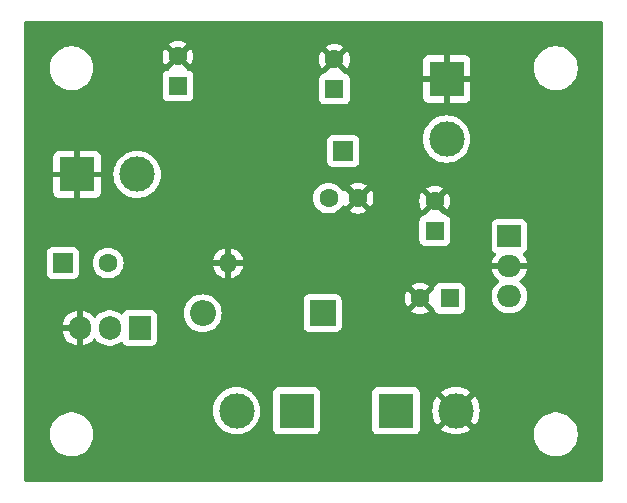
<source format=gbr>
%TF.GenerationSoftware,KiCad,Pcbnew,8.0.5*%
%TF.CreationDate,2024-11-27T14:30:06+01:00*%
%TF.ProjectId,2nd PCB,326e6420-5043-4422-9e6b-696361645f70,1*%
%TF.SameCoordinates,Original*%
%TF.FileFunction,Copper,L2,Bot*%
%TF.FilePolarity,Positive*%
%FSLAX46Y46*%
G04 Gerber Fmt 4.6, Leading zero omitted, Abs format (unit mm)*
G04 Created by KiCad (PCBNEW 8.0.5) date 2024-11-27 14:30:06*
%MOMM*%
%LPD*%
G01*
G04 APERTURE LIST*
%TA.AperFunction,ComponentPad*%
%ADD10R,3.000000X3.000000*%
%TD*%
%TA.AperFunction,ComponentPad*%
%ADD11C,3.000000*%
%TD*%
%TA.AperFunction,ComponentPad*%
%ADD12R,1.600000X1.600000*%
%TD*%
%TA.AperFunction,ComponentPad*%
%ADD13C,1.600000*%
%TD*%
%TA.AperFunction,ComponentPad*%
%ADD14R,2.200000X2.200000*%
%TD*%
%TA.AperFunction,ComponentPad*%
%ADD15O,2.200000X2.200000*%
%TD*%
%TA.AperFunction,ComponentPad*%
%ADD16R,1.700000X1.700000*%
%TD*%
%TA.AperFunction,ComponentPad*%
%ADD17R,2.000000X1.905000*%
%TD*%
%TA.AperFunction,ComponentPad*%
%ADD18O,2.000000X1.905000*%
%TD*%
%TA.AperFunction,ComponentPad*%
%ADD19O,1.600000X1.600000*%
%TD*%
%TA.AperFunction,ComponentPad*%
%ADD20R,1.905000X2.000000*%
%TD*%
%TA.AperFunction,ComponentPad*%
%ADD21O,1.905000X2.000000*%
%TD*%
G04 APERTURE END LIST*
D10*
%TO.P,J1,1,Pin_1*%
%TO.N,GND*%
X105210000Y-91250000D03*
D11*
%TO.P,J1,2,Pin_2*%
%TO.N,Net-(J1-Pin_2)*%
X110290000Y-91250000D03*
%TD*%
D12*
%TO.P,C4,1*%
%TO.N,Net-(D1-K)*%
X135500000Y-96000000D03*
D13*
%TO.P,C4,2*%
%TO.N,GND*%
X135500000Y-93500000D03*
%TD*%
D14*
%TO.P,D1,1,K*%
%TO.N,Net-(D1-K)*%
X126000000Y-103000000D03*
D15*
%TO.P,D1,2,A*%
%TO.N,Net-(D1-A)*%
X115840000Y-103000000D03*
%TD*%
D16*
%TO.P,J3,1,Pin_1*%
%TO.N,Net-(J3-Pin_1)*%
X104000000Y-98750000D03*
%TD*%
D10*
%TO.P,J6,1,Pin_1*%
%TO.N,GND*%
X136500000Y-83170000D03*
D11*
%TO.P,J6,2,Pin_2*%
%TO.N,+5V*%
X136500000Y-88250000D03*
%TD*%
D13*
%TO.P,C3,1*%
%TO.N,GND*%
X129000000Y-93250000D03*
%TO.P,C3,2*%
%TO.N,Net-(U1-FILTER)*%
X126500000Y-93250000D03*
%TD*%
D17*
%TO.P,U2,1,IN*%
%TO.N,Net-(D1-K)*%
X141805000Y-96460000D03*
D18*
%TO.P,U2,2,GND*%
%TO.N,GND*%
X141805000Y-99000000D03*
%TO.P,U2,3,OUT*%
%TO.N,+5V*%
X141805000Y-101540000D03*
%TD*%
D13*
%TO.P,R1,1*%
%TO.N,Net-(J3-Pin_1)*%
X107840000Y-98750000D03*
D19*
%TO.P,R1,2*%
%TO.N,GND*%
X118000000Y-98750000D03*
%TD*%
D10*
%TO.P,J5,1,Pin_1*%
%TO.N,Net-(D1-K)*%
X132210000Y-111250000D03*
D11*
%TO.P,J5,2,Pin_2*%
%TO.N,GND*%
X137290000Y-111250000D03*
%TD*%
D12*
%TO.P,C5,1*%
%TO.N,+5V*%
X136750000Y-101750000D03*
D13*
%TO.P,C5,2*%
%TO.N,GND*%
X134250000Y-101750000D03*
%TD*%
D12*
%TO.P,C2,1*%
%TO.N,+5V*%
X127000000Y-84000000D03*
D13*
%TO.P,C2,2*%
%TO.N,GND*%
X127000000Y-81500000D03*
%TD*%
D16*
%TO.P,J2,1,Pin_1*%
%TO.N,Net-(J2-Pin_1)*%
X127750000Y-89250000D03*
%TD*%
D10*
%TO.P,J4,1,Pin_1*%
%TO.N,Net-(D1-K)*%
X123790000Y-111250000D03*
D11*
%TO.P,J4,2,Pin_2*%
%TO.N,Net-(D1-A)*%
X118710000Y-111250000D03*
%TD*%
D20*
%TO.P,Q1,1,D*%
%TO.N,Net-(D1-A)*%
X110500000Y-104250000D03*
D21*
%TO.P,Q1,2,G*%
%TO.N,Net-(J3-Pin_1)*%
X107960000Y-104250000D03*
%TO.P,Q1,3,S*%
%TO.N,GND*%
X105420000Y-104250000D03*
%TD*%
D12*
%TO.P,C1,1*%
%TO.N,Net-(J1-Pin_2)*%
X113750000Y-83750000D03*
D13*
%TO.P,C1,2*%
%TO.N,GND*%
X113750000Y-81250000D03*
%TD*%
%TA.AperFunction,Conductor*%
%TO.N,GND*%
G36*
X149692539Y-78270185D02*
G01*
X149738294Y-78322989D01*
X149749500Y-78374500D01*
X149749500Y-117125500D01*
X149729815Y-117192539D01*
X149677011Y-117238294D01*
X149625500Y-117249500D01*
X100874500Y-117249500D01*
X100807461Y-117229815D01*
X100761706Y-117177011D01*
X100750500Y-117125500D01*
X100750500Y-113128711D01*
X102899500Y-113128711D01*
X102899500Y-113371288D01*
X102931161Y-113611785D01*
X102993947Y-113846104D01*
X103086773Y-114070205D01*
X103086776Y-114070212D01*
X103208064Y-114280289D01*
X103208066Y-114280292D01*
X103208067Y-114280293D01*
X103355733Y-114472736D01*
X103355739Y-114472743D01*
X103527256Y-114644260D01*
X103527262Y-114644265D01*
X103719711Y-114791936D01*
X103929788Y-114913224D01*
X104153900Y-115006054D01*
X104388211Y-115068838D01*
X104568586Y-115092584D01*
X104628711Y-115100500D01*
X104628712Y-115100500D01*
X104871289Y-115100500D01*
X104919388Y-115094167D01*
X105111789Y-115068838D01*
X105346100Y-115006054D01*
X105570212Y-114913224D01*
X105780289Y-114791936D01*
X105972738Y-114644265D01*
X106144265Y-114472738D01*
X106291936Y-114280289D01*
X106413224Y-114070212D01*
X106506054Y-113846100D01*
X106568838Y-113611789D01*
X106600500Y-113371288D01*
X106600500Y-113128712D01*
X106597713Y-113107546D01*
X106575291Y-112937226D01*
X106568838Y-112888211D01*
X106506054Y-112653900D01*
X106413224Y-112429788D01*
X106291936Y-112219711D01*
X106144265Y-112027262D01*
X106144260Y-112027256D01*
X105972743Y-111855739D01*
X105972736Y-111855733D01*
X105780293Y-111708067D01*
X105780292Y-111708066D01*
X105780289Y-111708064D01*
X105570212Y-111586776D01*
X105570205Y-111586773D01*
X105346104Y-111493947D01*
X105111785Y-111431161D01*
X104871289Y-111399500D01*
X104871288Y-111399500D01*
X104628712Y-111399500D01*
X104628711Y-111399500D01*
X104388214Y-111431161D01*
X104153895Y-111493947D01*
X103929794Y-111586773D01*
X103929785Y-111586777D01*
X103719706Y-111708067D01*
X103527263Y-111855733D01*
X103527256Y-111855739D01*
X103355739Y-112027256D01*
X103355733Y-112027263D01*
X103208067Y-112219706D01*
X103086777Y-112429785D01*
X103086773Y-112429794D01*
X102993947Y-112653895D01*
X102931161Y-112888214D01*
X102899500Y-113128711D01*
X100750500Y-113128711D01*
X100750500Y-111249998D01*
X116704390Y-111249998D01*
X116704390Y-111250001D01*
X116724804Y-111535433D01*
X116785628Y-111815037D01*
X116785630Y-111815043D01*
X116785631Y-111815046D01*
X116864784Y-112027262D01*
X116885635Y-112083166D01*
X117022770Y-112334309D01*
X117022775Y-112334317D01*
X117194254Y-112563387D01*
X117194270Y-112563405D01*
X117396594Y-112765729D01*
X117396612Y-112765745D01*
X117625682Y-112937224D01*
X117625690Y-112937229D01*
X117876833Y-113074364D01*
X117876832Y-113074364D01*
X117876836Y-113074365D01*
X117876839Y-113074367D01*
X118144954Y-113174369D01*
X118144960Y-113174370D01*
X118144962Y-113174371D01*
X118424566Y-113235195D01*
X118424568Y-113235195D01*
X118424572Y-113235196D01*
X118678220Y-113253337D01*
X118709999Y-113255610D01*
X118710000Y-113255610D01*
X118710001Y-113255610D01*
X118738595Y-113253564D01*
X118995428Y-113235196D01*
X119185742Y-113193796D01*
X119275037Y-113174371D01*
X119275037Y-113174370D01*
X119275046Y-113174369D01*
X119543161Y-113074367D01*
X119794315Y-112937226D01*
X120023395Y-112765739D01*
X120225739Y-112563395D01*
X120397226Y-112334315D01*
X120534367Y-112083161D01*
X120634369Y-111815046D01*
X120657641Y-111708067D01*
X120695195Y-111535433D01*
X120695195Y-111535432D01*
X120695196Y-111535428D01*
X120715610Y-111250000D01*
X120695196Y-110964572D01*
X120634369Y-110684954D01*
X120534367Y-110416839D01*
X120397372Y-110165953D01*
X120397229Y-110165690D01*
X120397224Y-110165682D01*
X120225745Y-109936612D01*
X120225729Y-109936594D01*
X120023405Y-109734270D01*
X120023387Y-109734254D01*
X119980481Y-109702135D01*
X121789500Y-109702135D01*
X121789500Y-112797870D01*
X121789501Y-112797876D01*
X121795908Y-112857483D01*
X121846202Y-112992328D01*
X121846206Y-112992335D01*
X121932452Y-113107544D01*
X121932455Y-113107547D01*
X122047664Y-113193793D01*
X122047671Y-113193797D01*
X122182517Y-113244091D01*
X122182516Y-113244091D01*
X122189444Y-113244835D01*
X122242127Y-113250500D01*
X125337872Y-113250499D01*
X125397483Y-113244091D01*
X125532331Y-113193796D01*
X125647546Y-113107546D01*
X125733796Y-112992331D01*
X125784091Y-112857483D01*
X125790500Y-112797873D01*
X125790499Y-109702135D01*
X130209500Y-109702135D01*
X130209500Y-112797870D01*
X130209501Y-112797876D01*
X130215908Y-112857483D01*
X130266202Y-112992328D01*
X130266206Y-112992335D01*
X130352452Y-113107544D01*
X130352455Y-113107547D01*
X130467664Y-113193793D01*
X130467671Y-113193797D01*
X130602517Y-113244091D01*
X130602516Y-113244091D01*
X130609444Y-113244835D01*
X130662127Y-113250500D01*
X133757872Y-113250499D01*
X133817483Y-113244091D01*
X133952331Y-113193796D01*
X134067546Y-113107546D01*
X134153796Y-112992331D01*
X134204091Y-112857483D01*
X134210500Y-112797873D01*
X134210499Y-111249998D01*
X135284891Y-111249998D01*
X135284891Y-111250001D01*
X135305300Y-111535362D01*
X135366109Y-111814895D01*
X135466091Y-112082958D01*
X135603191Y-112334038D01*
X135603196Y-112334046D01*
X135709882Y-112476561D01*
X135709883Y-112476562D01*
X136604767Y-111581677D01*
X136616497Y-111609995D01*
X136699670Y-111734472D01*
X136805528Y-111840330D01*
X136930005Y-111923503D01*
X136958320Y-111935231D01*
X136063436Y-112830115D01*
X136205960Y-112936807D01*
X136205961Y-112936808D01*
X136457042Y-113073908D01*
X136457041Y-113073908D01*
X136725104Y-113173890D01*
X137004637Y-113234699D01*
X137289999Y-113255109D01*
X137290001Y-113255109D01*
X137575362Y-113234699D01*
X137854895Y-113173890D01*
X137976025Y-113128711D01*
X143899500Y-113128711D01*
X143899500Y-113371288D01*
X143931161Y-113611785D01*
X143993947Y-113846104D01*
X144086773Y-114070205D01*
X144086776Y-114070212D01*
X144208064Y-114280289D01*
X144208066Y-114280292D01*
X144208067Y-114280293D01*
X144355733Y-114472736D01*
X144355739Y-114472743D01*
X144527256Y-114644260D01*
X144527262Y-114644265D01*
X144719711Y-114791936D01*
X144929788Y-114913224D01*
X145153900Y-115006054D01*
X145388211Y-115068838D01*
X145568586Y-115092584D01*
X145628711Y-115100500D01*
X145628712Y-115100500D01*
X145871289Y-115100500D01*
X145919388Y-115094167D01*
X146111789Y-115068838D01*
X146346100Y-115006054D01*
X146570212Y-114913224D01*
X146780289Y-114791936D01*
X146972738Y-114644265D01*
X147144265Y-114472738D01*
X147291936Y-114280289D01*
X147413224Y-114070212D01*
X147506054Y-113846100D01*
X147568838Y-113611789D01*
X147600500Y-113371288D01*
X147600500Y-113128712D01*
X147597713Y-113107546D01*
X147575291Y-112937226D01*
X147568838Y-112888211D01*
X147506054Y-112653900D01*
X147413224Y-112429788D01*
X147291936Y-112219711D01*
X147144265Y-112027262D01*
X147144260Y-112027256D01*
X146972743Y-111855739D01*
X146972736Y-111855733D01*
X146780293Y-111708067D01*
X146780292Y-111708066D01*
X146780289Y-111708064D01*
X146570212Y-111586776D01*
X146570205Y-111586773D01*
X146346104Y-111493947D01*
X146111785Y-111431161D01*
X145871289Y-111399500D01*
X145871288Y-111399500D01*
X145628712Y-111399500D01*
X145628711Y-111399500D01*
X145388214Y-111431161D01*
X145153895Y-111493947D01*
X144929794Y-111586773D01*
X144929785Y-111586777D01*
X144719706Y-111708067D01*
X144527263Y-111855733D01*
X144527256Y-111855739D01*
X144355739Y-112027256D01*
X144355733Y-112027263D01*
X144208067Y-112219706D01*
X144086777Y-112429785D01*
X144086773Y-112429794D01*
X143993947Y-112653895D01*
X143931161Y-112888214D01*
X143899500Y-113128711D01*
X137976025Y-113128711D01*
X138122958Y-113073908D01*
X138374047Y-112936803D01*
X138516561Y-112830116D01*
X138516562Y-112830115D01*
X137621679Y-111935231D01*
X137649995Y-111923503D01*
X137774472Y-111840330D01*
X137880330Y-111734472D01*
X137963503Y-111609995D01*
X137975231Y-111581678D01*
X138870115Y-112476562D01*
X138870116Y-112476561D01*
X138976803Y-112334047D01*
X139113908Y-112082958D01*
X139213890Y-111814895D01*
X139274699Y-111535362D01*
X139295109Y-111250001D01*
X139295109Y-111249998D01*
X139274699Y-110964637D01*
X139213890Y-110685104D01*
X139113908Y-110417041D01*
X138976808Y-110165961D01*
X138976807Y-110165960D01*
X138870115Y-110023436D01*
X137975231Y-110918320D01*
X137963503Y-110890005D01*
X137880330Y-110765528D01*
X137774472Y-110659670D01*
X137649995Y-110576497D01*
X137621678Y-110564767D01*
X138516562Y-109669883D01*
X138516561Y-109669882D01*
X138374046Y-109563196D01*
X138374038Y-109563191D01*
X138122957Y-109426091D01*
X138122958Y-109426091D01*
X137854895Y-109326109D01*
X137575362Y-109265300D01*
X137290001Y-109244891D01*
X137289999Y-109244891D01*
X137004637Y-109265300D01*
X136725104Y-109326109D01*
X136457041Y-109426091D01*
X136205961Y-109563191D01*
X136205953Y-109563196D01*
X136063437Y-109669882D01*
X136063436Y-109669883D01*
X136958321Y-110564767D01*
X136930005Y-110576497D01*
X136805528Y-110659670D01*
X136699670Y-110765528D01*
X136616497Y-110890005D01*
X136604768Y-110918321D01*
X135709883Y-110023436D01*
X135709882Y-110023437D01*
X135603196Y-110165953D01*
X135603191Y-110165961D01*
X135466091Y-110417041D01*
X135366109Y-110685104D01*
X135305300Y-110964637D01*
X135284891Y-111249998D01*
X134210499Y-111249998D01*
X134210499Y-109702128D01*
X134204091Y-109642517D01*
X134174506Y-109563196D01*
X134153797Y-109507671D01*
X134153793Y-109507664D01*
X134067547Y-109392455D01*
X134067544Y-109392452D01*
X133952335Y-109306206D01*
X133952328Y-109306202D01*
X133817482Y-109255908D01*
X133817483Y-109255908D01*
X133757883Y-109249501D01*
X133757881Y-109249500D01*
X133757873Y-109249500D01*
X133757864Y-109249500D01*
X130662129Y-109249500D01*
X130662123Y-109249501D01*
X130602516Y-109255908D01*
X130467671Y-109306202D01*
X130467664Y-109306206D01*
X130352455Y-109392452D01*
X130352452Y-109392455D01*
X130266206Y-109507664D01*
X130266202Y-109507671D01*
X130215908Y-109642517D01*
X130209501Y-109702116D01*
X130209501Y-109702123D01*
X130209500Y-109702135D01*
X125790499Y-109702135D01*
X125790499Y-109702128D01*
X125784091Y-109642517D01*
X125754506Y-109563196D01*
X125733797Y-109507671D01*
X125733793Y-109507664D01*
X125647547Y-109392455D01*
X125647544Y-109392452D01*
X125532335Y-109306206D01*
X125532328Y-109306202D01*
X125397482Y-109255908D01*
X125397483Y-109255908D01*
X125337883Y-109249501D01*
X125337881Y-109249500D01*
X125337873Y-109249500D01*
X125337864Y-109249500D01*
X122242129Y-109249500D01*
X122242123Y-109249501D01*
X122182516Y-109255908D01*
X122047671Y-109306202D01*
X122047664Y-109306206D01*
X121932455Y-109392452D01*
X121932452Y-109392455D01*
X121846206Y-109507664D01*
X121846202Y-109507671D01*
X121795908Y-109642517D01*
X121789501Y-109702116D01*
X121789501Y-109702123D01*
X121789500Y-109702135D01*
X119980481Y-109702135D01*
X119794317Y-109562775D01*
X119794309Y-109562770D01*
X119543166Y-109425635D01*
X119543167Y-109425635D01*
X119435915Y-109385632D01*
X119275046Y-109325631D01*
X119275043Y-109325630D01*
X119275037Y-109325628D01*
X118995433Y-109264804D01*
X118710001Y-109244390D01*
X118709999Y-109244390D01*
X118424566Y-109264804D01*
X118144962Y-109325628D01*
X117876833Y-109425635D01*
X117625690Y-109562770D01*
X117625682Y-109562775D01*
X117396612Y-109734254D01*
X117396594Y-109734270D01*
X117194270Y-109936594D01*
X117194254Y-109936612D01*
X117022775Y-110165682D01*
X117022770Y-110165690D01*
X116885635Y-110416833D01*
X116785628Y-110684962D01*
X116724804Y-110964566D01*
X116704390Y-111249998D01*
X100750500Y-111249998D01*
X100750500Y-104000000D01*
X103981468Y-104000000D01*
X104929252Y-104000000D01*
X104907482Y-104037708D01*
X104870000Y-104177591D01*
X104870000Y-104322409D01*
X104907482Y-104462292D01*
X104929252Y-104500000D01*
X103981468Y-104500000D01*
X104003265Y-104637628D01*
X104073917Y-104855070D01*
X104177711Y-105058776D01*
X104312097Y-105243742D01*
X104473757Y-105405402D01*
X104658723Y-105539788D01*
X104862429Y-105643582D01*
X105079871Y-105714234D01*
X105170000Y-105728509D01*
X105170000Y-104740747D01*
X105207708Y-104762518D01*
X105347591Y-104800000D01*
X105492409Y-104800000D01*
X105632292Y-104762518D01*
X105670000Y-104740747D01*
X105670000Y-105728508D01*
X105760128Y-105714234D01*
X105977570Y-105643582D01*
X106181276Y-105539788D01*
X106366242Y-105405402D01*
X106527905Y-105243739D01*
X106589371Y-105159137D01*
X106644701Y-105116470D01*
X106714314Y-105110491D01*
X106776109Y-105143096D01*
X106790007Y-105159134D01*
X106851714Y-105244066D01*
X107013434Y-105405786D01*
X107198462Y-105540217D01*
X107330599Y-105607544D01*
X107402244Y-105644049D01*
X107619751Y-105714721D01*
X107619752Y-105714721D01*
X107619755Y-105714722D01*
X107845646Y-105750500D01*
X107845647Y-105750500D01*
X108074353Y-105750500D01*
X108074354Y-105750500D01*
X108300245Y-105714722D01*
X108300248Y-105714721D01*
X108300249Y-105714721D01*
X108517755Y-105644049D01*
X108517755Y-105644048D01*
X108517758Y-105644048D01*
X108721538Y-105540217D01*
X108904245Y-105407472D01*
X108970046Y-105383994D01*
X109038100Y-105399819D01*
X109086795Y-105449924D01*
X109093308Y-105464459D01*
X109103702Y-105492328D01*
X109103706Y-105492335D01*
X109189952Y-105607544D01*
X109189955Y-105607547D01*
X109305164Y-105693793D01*
X109305171Y-105693797D01*
X109440017Y-105744091D01*
X109440016Y-105744091D01*
X109446944Y-105744835D01*
X109499627Y-105750500D01*
X111500372Y-105750499D01*
X111559983Y-105744091D01*
X111694831Y-105693796D01*
X111810046Y-105607546D01*
X111896296Y-105492331D01*
X111946591Y-105357483D01*
X111953000Y-105297873D01*
X111952999Y-103202128D01*
X111946591Y-103142517D01*
X111936660Y-103115891D01*
X111896297Y-103007671D01*
X111896293Y-103007664D01*
X111890556Y-103000000D01*
X114234551Y-103000000D01*
X114254317Y-103251151D01*
X114313126Y-103496110D01*
X114409533Y-103728859D01*
X114541160Y-103943653D01*
X114541161Y-103943656D01*
X114541164Y-103943659D01*
X114704776Y-104135224D01*
X114853066Y-104261875D01*
X114896343Y-104298838D01*
X114896346Y-104298839D01*
X115111140Y-104430466D01*
X115343889Y-104526873D01*
X115588852Y-104585683D01*
X115840000Y-104605449D01*
X116091148Y-104585683D01*
X116336111Y-104526873D01*
X116568859Y-104430466D01*
X116783659Y-104298836D01*
X116975224Y-104135224D01*
X117138836Y-103943659D01*
X117270466Y-103728859D01*
X117366873Y-103496111D01*
X117425683Y-103251148D01*
X117445449Y-103000000D01*
X117425683Y-102748852D01*
X117366873Y-102503889D01*
X117355102Y-102475472D01*
X117270466Y-102271140D01*
X117138839Y-102056346D01*
X117138838Y-102056343D01*
X117070730Y-101976599D01*
X116975224Y-101864776D01*
X116960423Y-101852135D01*
X124399500Y-101852135D01*
X124399500Y-104147870D01*
X124399501Y-104147876D01*
X124405908Y-104207483D01*
X124456202Y-104342328D01*
X124456206Y-104342335D01*
X124542452Y-104457544D01*
X124542455Y-104457547D01*
X124657664Y-104543793D01*
X124657671Y-104543797D01*
X124792517Y-104594091D01*
X124792516Y-104594091D01*
X124799444Y-104594835D01*
X124852127Y-104600500D01*
X127147872Y-104600499D01*
X127207483Y-104594091D01*
X127342331Y-104543796D01*
X127457546Y-104457546D01*
X127543796Y-104342331D01*
X127594091Y-104207483D01*
X127600500Y-104147873D01*
X127600499Y-101852128D01*
X127594091Y-101792517D01*
X127578233Y-101750000D01*
X127578232Y-101749997D01*
X132945034Y-101749997D01*
X132945034Y-101750002D01*
X132964858Y-101976599D01*
X132964860Y-101976610D01*
X133023730Y-102196317D01*
X133023735Y-102196331D01*
X133119863Y-102402478D01*
X133170974Y-102475472D01*
X133850000Y-101796446D01*
X133850000Y-101802661D01*
X133877259Y-101904394D01*
X133929920Y-101995606D01*
X134004394Y-102070080D01*
X134095606Y-102122741D01*
X134197339Y-102150000D01*
X134203553Y-102150000D01*
X133524526Y-102829025D01*
X133597513Y-102880132D01*
X133597521Y-102880136D01*
X133803668Y-102976264D01*
X133803682Y-102976269D01*
X134023389Y-103035139D01*
X134023400Y-103035141D01*
X134249998Y-103054966D01*
X134250002Y-103054966D01*
X134476599Y-103035141D01*
X134476610Y-103035139D01*
X134696317Y-102976269D01*
X134696331Y-102976264D01*
X134902478Y-102880136D01*
X134975471Y-102829024D01*
X134296447Y-102150000D01*
X134302661Y-102150000D01*
X134404394Y-102122741D01*
X134495606Y-102070080D01*
X134570080Y-101995606D01*
X134622741Y-101904394D01*
X134650000Y-101802661D01*
X134650000Y-101796447D01*
X135334197Y-102480644D01*
X135383192Y-102490491D01*
X135433375Y-102539106D01*
X135448049Y-102594632D01*
X135449099Y-102594576D01*
X135449146Y-102594571D01*
X135449146Y-102594573D01*
X135449324Y-102594564D01*
X135449501Y-102597876D01*
X135455908Y-102657483D01*
X135506202Y-102792328D01*
X135506206Y-102792335D01*
X135592452Y-102907544D01*
X135592455Y-102907547D01*
X135707664Y-102993793D01*
X135707671Y-102993797D01*
X135842517Y-103044091D01*
X135842516Y-103044091D01*
X135849444Y-103044835D01*
X135902127Y-103050500D01*
X137597872Y-103050499D01*
X137657483Y-103044091D01*
X137792331Y-102993796D01*
X137907546Y-102907546D01*
X137993796Y-102792331D01*
X138044091Y-102657483D01*
X138050500Y-102597873D01*
X138050499Y-100902128D01*
X138044091Y-100842517D01*
X137993796Y-100707669D01*
X137993795Y-100707668D01*
X137993793Y-100707664D01*
X137907547Y-100592455D01*
X137907544Y-100592452D01*
X137792335Y-100506206D01*
X137792328Y-100506202D01*
X137657482Y-100455908D01*
X137657483Y-100455908D01*
X137597883Y-100449501D01*
X137597881Y-100449500D01*
X137597873Y-100449500D01*
X137597864Y-100449500D01*
X135902129Y-100449500D01*
X135902123Y-100449501D01*
X135842516Y-100455908D01*
X135707671Y-100506202D01*
X135707664Y-100506206D01*
X135592455Y-100592452D01*
X135592452Y-100592455D01*
X135506206Y-100707664D01*
X135506202Y-100707671D01*
X135455908Y-100842517D01*
X135449501Y-100902116D01*
X135449501Y-100902123D01*
X135449322Y-100905452D01*
X135447847Y-100905372D01*
X135429815Y-100966784D01*
X135377011Y-101012539D01*
X135333522Y-101020029D01*
X134650000Y-101703551D01*
X134650000Y-101697339D01*
X134622741Y-101595606D01*
X134570080Y-101504394D01*
X134495606Y-101429920D01*
X134404394Y-101377259D01*
X134302661Y-101350000D01*
X134296448Y-101350000D01*
X134975472Y-100670974D01*
X134902478Y-100619863D01*
X134696331Y-100523735D01*
X134696317Y-100523730D01*
X134476610Y-100464860D01*
X134476599Y-100464858D01*
X134250002Y-100445034D01*
X134249998Y-100445034D01*
X134023400Y-100464858D01*
X134023389Y-100464860D01*
X133803682Y-100523730D01*
X133803673Y-100523734D01*
X133597516Y-100619866D01*
X133597512Y-100619868D01*
X133524526Y-100670973D01*
X133524526Y-100670974D01*
X134203553Y-101350000D01*
X134197339Y-101350000D01*
X134095606Y-101377259D01*
X134004394Y-101429920D01*
X133929920Y-101504394D01*
X133877259Y-101595606D01*
X133850000Y-101697339D01*
X133850000Y-101703552D01*
X133170974Y-101024526D01*
X133170973Y-101024526D01*
X133119868Y-101097512D01*
X133119866Y-101097516D01*
X133023734Y-101303673D01*
X133023730Y-101303682D01*
X132964860Y-101523389D01*
X132964858Y-101523400D01*
X132945034Y-101749997D01*
X127578232Y-101749997D01*
X127543797Y-101657671D01*
X127543793Y-101657664D01*
X127457547Y-101542455D01*
X127457544Y-101542452D01*
X127342335Y-101456206D01*
X127342328Y-101456202D01*
X127207482Y-101405908D01*
X127207483Y-101405908D01*
X127147883Y-101399501D01*
X127147881Y-101399500D01*
X127147873Y-101399500D01*
X127147864Y-101399500D01*
X124852129Y-101399500D01*
X124852123Y-101399501D01*
X124792516Y-101405908D01*
X124657671Y-101456202D01*
X124657664Y-101456206D01*
X124542455Y-101542452D01*
X124542452Y-101542455D01*
X124456206Y-101657664D01*
X124456202Y-101657671D01*
X124405908Y-101792517D01*
X124404818Y-101802661D01*
X124399501Y-101852123D01*
X124399500Y-101852135D01*
X116960423Y-101852135D01*
X116840835Y-101749997D01*
X116783656Y-101701161D01*
X116783653Y-101701160D01*
X116568859Y-101569533D01*
X116336110Y-101473126D01*
X116091151Y-101414317D01*
X115840000Y-101394551D01*
X115588848Y-101414317D01*
X115343889Y-101473126D01*
X115111140Y-101569533D01*
X114896346Y-101701160D01*
X114896343Y-101701161D01*
X114704776Y-101864776D01*
X114541161Y-102056343D01*
X114541160Y-102056346D01*
X114409533Y-102271140D01*
X114313126Y-102503889D01*
X114254317Y-102748848D01*
X114234551Y-103000000D01*
X111890556Y-103000000D01*
X111810047Y-102892455D01*
X111810044Y-102892452D01*
X111694835Y-102806206D01*
X111694828Y-102806202D01*
X111559982Y-102755908D01*
X111559983Y-102755908D01*
X111500383Y-102749501D01*
X111500381Y-102749500D01*
X111500373Y-102749500D01*
X111500364Y-102749500D01*
X109499629Y-102749500D01*
X109499623Y-102749501D01*
X109440016Y-102755908D01*
X109305171Y-102806202D01*
X109305164Y-102806206D01*
X109189955Y-102892452D01*
X109189952Y-102892455D01*
X109103706Y-103007664D01*
X109103703Y-103007670D01*
X109093308Y-103035541D01*
X109051436Y-103091474D01*
X108985972Y-103115891D01*
X108917699Y-103101039D01*
X108904250Y-103092531D01*
X108721538Y-102959783D01*
X108619017Y-102907546D01*
X108517755Y-102855950D01*
X108300248Y-102785278D01*
X108114812Y-102755908D01*
X108074354Y-102749500D01*
X107845646Y-102749500D01*
X107805188Y-102755908D01*
X107619753Y-102785278D01*
X107619750Y-102785278D01*
X107402244Y-102855950D01*
X107198461Y-102959783D01*
X107132551Y-103007670D01*
X107013434Y-103094214D01*
X107013432Y-103094216D01*
X107013431Y-103094216D01*
X106851716Y-103255931D01*
X106851709Y-103255940D01*
X106790007Y-103340864D01*
X106734677Y-103383530D01*
X106665063Y-103389508D01*
X106603269Y-103356901D01*
X106589372Y-103340863D01*
X106527907Y-103256263D01*
X106527902Y-103256257D01*
X106366242Y-103094597D01*
X106181276Y-102960211D01*
X105977568Y-102856417D01*
X105760124Y-102785765D01*
X105670000Y-102771490D01*
X105670000Y-103759252D01*
X105632292Y-103737482D01*
X105492409Y-103700000D01*
X105347591Y-103700000D01*
X105207708Y-103737482D01*
X105170000Y-103759252D01*
X105170000Y-102771490D01*
X105169999Y-102771490D01*
X105079875Y-102785765D01*
X104862431Y-102856417D01*
X104658723Y-102960211D01*
X104473757Y-103094597D01*
X104312097Y-103256257D01*
X104177711Y-103441223D01*
X104073917Y-103644929D01*
X104003265Y-103862371D01*
X103981468Y-104000000D01*
X100750500Y-104000000D01*
X100750500Y-97852135D01*
X102649500Y-97852135D01*
X102649500Y-99647870D01*
X102649501Y-99647876D01*
X102655908Y-99707483D01*
X102706202Y-99842328D01*
X102706206Y-99842335D01*
X102792452Y-99957544D01*
X102792455Y-99957547D01*
X102907664Y-100043793D01*
X102907671Y-100043797D01*
X103042517Y-100094091D01*
X103042516Y-100094091D01*
X103049444Y-100094835D01*
X103102127Y-100100500D01*
X104897872Y-100100499D01*
X104957483Y-100094091D01*
X105092331Y-100043796D01*
X105207546Y-99957546D01*
X105293796Y-99842331D01*
X105344091Y-99707483D01*
X105350500Y-99647873D01*
X105350499Y-98749998D01*
X106534532Y-98749998D01*
X106534532Y-98750000D01*
X106554364Y-98976686D01*
X106554366Y-98976697D01*
X106613258Y-99196488D01*
X106613261Y-99196497D01*
X106709431Y-99402732D01*
X106709432Y-99402734D01*
X106839954Y-99589141D01*
X107000858Y-99750045D01*
X107000861Y-99750047D01*
X107187266Y-99880568D01*
X107393504Y-99976739D01*
X107613308Y-100035635D01*
X107775230Y-100049801D01*
X107839998Y-100055468D01*
X107840000Y-100055468D01*
X107840002Y-100055468D01*
X107896673Y-100050509D01*
X108066692Y-100035635D01*
X108286496Y-99976739D01*
X108492734Y-99880568D01*
X108679139Y-99750047D01*
X108840047Y-99589139D01*
X108970568Y-99402734D01*
X109066739Y-99196496D01*
X109125635Y-98976692D01*
X109145468Y-98750000D01*
X109125635Y-98523308D01*
X109119389Y-98499999D01*
X116721127Y-98499999D01*
X116721128Y-98500000D01*
X117684314Y-98500000D01*
X117679920Y-98504394D01*
X117627259Y-98595606D01*
X117600000Y-98697339D01*
X117600000Y-98802661D01*
X117627259Y-98904394D01*
X117679920Y-98995606D01*
X117684314Y-99000000D01*
X116721128Y-99000000D01*
X116773730Y-99196317D01*
X116773734Y-99196326D01*
X116869865Y-99402482D01*
X117000342Y-99588820D01*
X117161179Y-99749657D01*
X117347517Y-99880134D01*
X117553673Y-99976265D01*
X117553682Y-99976269D01*
X117749999Y-100028872D01*
X117750000Y-100028871D01*
X117750000Y-99065686D01*
X117754394Y-99070080D01*
X117845606Y-99122741D01*
X117947339Y-99150000D01*
X118052661Y-99150000D01*
X118154394Y-99122741D01*
X118245606Y-99070080D01*
X118250000Y-99065686D01*
X118250000Y-100028872D01*
X118446317Y-99976269D01*
X118446326Y-99976265D01*
X118652482Y-99880134D01*
X118838820Y-99749657D01*
X118999657Y-99588820D01*
X119130134Y-99402482D01*
X119226265Y-99196326D01*
X119226269Y-99196317D01*
X119278872Y-99000000D01*
X118315686Y-99000000D01*
X118320080Y-98995606D01*
X118372741Y-98904394D01*
X118400000Y-98802661D01*
X118400000Y-98697339D01*
X118372741Y-98595606D01*
X118320080Y-98504394D01*
X118315686Y-98500000D01*
X119278872Y-98500000D01*
X119278872Y-98499999D01*
X119226269Y-98303682D01*
X119226265Y-98303673D01*
X119130134Y-98097517D01*
X118999657Y-97911179D01*
X118838820Y-97750342D01*
X118652482Y-97619865D01*
X118446328Y-97523734D01*
X118250000Y-97471127D01*
X118250000Y-98434314D01*
X118245606Y-98429920D01*
X118154394Y-98377259D01*
X118052661Y-98350000D01*
X117947339Y-98350000D01*
X117845606Y-98377259D01*
X117754394Y-98429920D01*
X117750000Y-98434314D01*
X117750000Y-97471127D01*
X117553671Y-97523734D01*
X117347517Y-97619865D01*
X117161179Y-97750342D01*
X117000342Y-97911179D01*
X116869865Y-98097517D01*
X116773734Y-98303673D01*
X116773730Y-98303682D01*
X116721127Y-98499999D01*
X109119389Y-98499999D01*
X109066739Y-98303504D01*
X108970568Y-98097266D01*
X108840047Y-97910861D01*
X108840045Y-97910858D01*
X108679141Y-97749954D01*
X108492734Y-97619432D01*
X108492732Y-97619431D01*
X108286497Y-97523261D01*
X108286488Y-97523258D01*
X108066697Y-97464366D01*
X108066693Y-97464365D01*
X108066692Y-97464365D01*
X108066691Y-97464364D01*
X108066686Y-97464364D01*
X107840002Y-97444532D01*
X107839998Y-97444532D01*
X107613313Y-97464364D01*
X107613302Y-97464366D01*
X107393511Y-97523258D01*
X107393502Y-97523261D01*
X107187267Y-97619431D01*
X107187265Y-97619432D01*
X107000858Y-97749954D01*
X106839954Y-97910858D01*
X106709432Y-98097265D01*
X106709431Y-98097267D01*
X106613261Y-98303502D01*
X106613258Y-98303511D01*
X106554366Y-98523302D01*
X106554364Y-98523313D01*
X106534532Y-98749998D01*
X105350499Y-98749998D01*
X105350499Y-97852128D01*
X105344091Y-97792517D01*
X105335710Y-97770047D01*
X105293797Y-97657671D01*
X105293793Y-97657664D01*
X105207547Y-97542455D01*
X105207544Y-97542452D01*
X105092335Y-97456206D01*
X105092328Y-97456202D01*
X104957482Y-97405908D01*
X104957483Y-97405908D01*
X104897883Y-97399501D01*
X104897881Y-97399500D01*
X104897873Y-97399500D01*
X104897864Y-97399500D01*
X103102129Y-97399500D01*
X103102123Y-97399501D01*
X103042516Y-97405908D01*
X102907671Y-97456202D01*
X102907664Y-97456206D01*
X102792455Y-97542452D01*
X102792452Y-97542455D01*
X102706206Y-97657664D01*
X102706202Y-97657671D01*
X102655908Y-97792517D01*
X102649501Y-97852116D01*
X102649501Y-97852123D01*
X102649500Y-97852135D01*
X100750500Y-97852135D01*
X100750500Y-89702155D01*
X103210000Y-89702155D01*
X103210000Y-91000000D01*
X104490936Y-91000000D01*
X104479207Y-91028316D01*
X104450000Y-91175147D01*
X104450000Y-91324853D01*
X104479207Y-91471684D01*
X104490936Y-91500000D01*
X103210000Y-91500000D01*
X103210000Y-92797844D01*
X103216401Y-92857372D01*
X103216403Y-92857379D01*
X103266645Y-92992086D01*
X103266649Y-92992093D01*
X103352809Y-93107187D01*
X103352812Y-93107190D01*
X103467906Y-93193350D01*
X103467913Y-93193354D01*
X103602620Y-93243596D01*
X103602627Y-93243598D01*
X103662155Y-93249999D01*
X103662172Y-93250000D01*
X104960000Y-93250000D01*
X104960000Y-91969064D01*
X104988316Y-91980793D01*
X105135147Y-92010000D01*
X105284853Y-92010000D01*
X105431684Y-91980793D01*
X105460000Y-91969064D01*
X105460000Y-93250000D01*
X106757828Y-93250000D01*
X106757844Y-93249999D01*
X106817372Y-93243598D01*
X106817379Y-93243596D01*
X106952086Y-93193354D01*
X106952093Y-93193350D01*
X107067187Y-93107190D01*
X107067190Y-93107187D01*
X107153350Y-92992093D01*
X107153354Y-92992086D01*
X107203596Y-92857379D01*
X107203598Y-92857372D01*
X107209999Y-92797844D01*
X107210000Y-92797827D01*
X107210000Y-91500000D01*
X105929064Y-91500000D01*
X105940793Y-91471684D01*
X105970000Y-91324853D01*
X105970000Y-91249998D01*
X108284390Y-91249998D01*
X108284390Y-91250001D01*
X108304804Y-91535433D01*
X108365628Y-91815037D01*
X108365630Y-91815043D01*
X108365631Y-91815046D01*
X108443468Y-92023734D01*
X108465635Y-92083166D01*
X108602770Y-92334309D01*
X108602775Y-92334317D01*
X108774254Y-92563387D01*
X108774270Y-92563405D01*
X108976594Y-92765729D01*
X108976612Y-92765745D01*
X109205682Y-92937224D01*
X109205690Y-92937229D01*
X109456833Y-93074364D01*
X109456832Y-93074364D01*
X109456836Y-93074365D01*
X109456839Y-93074367D01*
X109724954Y-93174369D01*
X109724960Y-93174370D01*
X109724962Y-93174371D01*
X110004566Y-93235195D01*
X110004568Y-93235195D01*
X110004572Y-93235196D01*
X110258220Y-93253337D01*
X110289999Y-93255610D01*
X110290000Y-93255610D01*
X110290001Y-93255610D01*
X110318595Y-93253564D01*
X110368457Y-93249998D01*
X125194532Y-93249998D01*
X125194532Y-93250000D01*
X125214364Y-93476686D01*
X125214366Y-93476697D01*
X125273258Y-93696488D01*
X125273261Y-93696497D01*
X125369431Y-93902732D01*
X125369432Y-93902734D01*
X125499954Y-94089141D01*
X125660858Y-94250045D01*
X125660861Y-94250047D01*
X125847266Y-94380568D01*
X126053504Y-94476739D01*
X126273308Y-94535635D01*
X126435230Y-94549801D01*
X126499998Y-94555468D01*
X126500000Y-94555468D01*
X126500002Y-94555468D01*
X126556673Y-94550509D01*
X126726692Y-94535635D01*
X126946496Y-94476739D01*
X127152734Y-94380568D01*
X127339139Y-94250047D01*
X127500047Y-94089139D01*
X127630568Y-93902734D01*
X127637893Y-93887024D01*
X127684064Y-93834586D01*
X127751257Y-93815433D01*
X127818138Y-93835648D01*
X127862657Y-93887024D01*
X127869864Y-93902480D01*
X127920974Y-93975472D01*
X128600000Y-93296446D01*
X128600000Y-93302661D01*
X128627259Y-93404394D01*
X128679920Y-93495606D01*
X128754394Y-93570080D01*
X128845606Y-93622741D01*
X128947339Y-93650000D01*
X128953553Y-93650000D01*
X128274526Y-94329025D01*
X128347513Y-94380132D01*
X128347521Y-94380136D01*
X128553668Y-94476264D01*
X128553682Y-94476269D01*
X128773389Y-94535139D01*
X128773400Y-94535141D01*
X128999998Y-94554966D01*
X129000002Y-94554966D01*
X129226599Y-94535141D01*
X129226610Y-94535139D01*
X129446317Y-94476269D01*
X129446331Y-94476264D01*
X129652478Y-94380136D01*
X129725471Y-94329024D01*
X129046447Y-93650000D01*
X129052661Y-93650000D01*
X129154394Y-93622741D01*
X129245606Y-93570080D01*
X129320080Y-93495606D01*
X129372741Y-93404394D01*
X129400000Y-93302661D01*
X129400000Y-93296447D01*
X130079024Y-93975471D01*
X130130136Y-93902478D01*
X130226264Y-93696331D01*
X130226269Y-93696317D01*
X130278873Y-93499997D01*
X134195034Y-93499997D01*
X134195034Y-93500002D01*
X134214858Y-93726599D01*
X134214860Y-93726610D01*
X134273730Y-93946317D01*
X134273735Y-93946331D01*
X134369863Y-94152478D01*
X134420974Y-94225472D01*
X135100000Y-93546446D01*
X135100000Y-93552661D01*
X135127259Y-93654394D01*
X135179920Y-93745606D01*
X135254394Y-93820080D01*
X135345606Y-93872741D01*
X135447339Y-93900000D01*
X135453553Y-93900000D01*
X134769352Y-94584199D01*
X134759506Y-94633194D01*
X134710890Y-94683377D01*
X134655367Y-94698049D01*
X134655423Y-94699099D01*
X134655429Y-94699146D01*
X134655426Y-94699146D01*
X134655436Y-94699324D01*
X134652123Y-94699501D01*
X134592516Y-94705908D01*
X134457671Y-94756202D01*
X134457664Y-94756206D01*
X134342455Y-94842452D01*
X134342452Y-94842455D01*
X134256206Y-94957664D01*
X134256202Y-94957671D01*
X134205908Y-95092517D01*
X134199501Y-95152116D01*
X134199501Y-95152123D01*
X134199500Y-95152135D01*
X134199500Y-96847870D01*
X134199501Y-96847876D01*
X134205908Y-96907483D01*
X134256202Y-97042328D01*
X134256206Y-97042335D01*
X134342452Y-97157544D01*
X134342455Y-97157547D01*
X134457664Y-97243793D01*
X134457671Y-97243797D01*
X134592517Y-97294091D01*
X134592516Y-97294091D01*
X134599444Y-97294835D01*
X134652127Y-97300500D01*
X136347872Y-97300499D01*
X136407483Y-97294091D01*
X136542331Y-97243796D01*
X136657546Y-97157546D01*
X136743796Y-97042331D01*
X136794091Y-96907483D01*
X136800500Y-96847873D01*
X136800499Y-95459635D01*
X140304500Y-95459635D01*
X140304500Y-97460370D01*
X140304501Y-97460376D01*
X140310908Y-97519983D01*
X140361202Y-97654828D01*
X140361206Y-97654835D01*
X140447452Y-97770044D01*
X140447455Y-97770047D01*
X140562664Y-97856293D01*
X140562667Y-97856295D01*
X140562668Y-97856295D01*
X140562669Y-97856296D01*
X140591025Y-97866872D01*
X140646958Y-97908742D01*
X140671376Y-97974206D01*
X140656525Y-98042479D01*
X140648010Y-98055939D01*
X140515213Y-98238719D01*
X140411417Y-98442429D01*
X140340765Y-98659871D01*
X140326491Y-98750000D01*
X141314252Y-98750000D01*
X141292482Y-98787708D01*
X141255000Y-98927591D01*
X141255000Y-99072409D01*
X141292482Y-99212292D01*
X141314252Y-99250000D01*
X140326491Y-99250000D01*
X140340765Y-99340128D01*
X140411417Y-99557570D01*
X140515211Y-99761276D01*
X140649597Y-99946242D01*
X140811257Y-100107902D01*
X140811263Y-100107907D01*
X140895863Y-100169372D01*
X140938529Y-100224701D01*
X140944508Y-100294315D01*
X140911903Y-100356110D01*
X140895864Y-100370007D01*
X140810940Y-100431709D01*
X140810931Y-100431716D01*
X140649216Y-100593431D01*
X140649216Y-100593432D01*
X140649214Y-100593434D01*
X140592878Y-100670974D01*
X140514783Y-100778461D01*
X140410950Y-100982244D01*
X140340278Y-101199750D01*
X140340278Y-101199753D01*
X140340278Y-101199755D01*
X140304500Y-101425646D01*
X140304500Y-101654354D01*
X140311914Y-101701161D01*
X140340278Y-101880246D01*
X140340278Y-101880249D01*
X140410950Y-102097755D01*
X140461170Y-102196317D01*
X140514783Y-102301538D01*
X140649214Y-102486566D01*
X140810934Y-102648286D01*
X140995962Y-102782717D01*
X141086845Y-102829024D01*
X141199744Y-102886549D01*
X141417251Y-102957221D01*
X141417252Y-102957221D01*
X141417255Y-102957222D01*
X141643146Y-102993000D01*
X141643147Y-102993000D01*
X141966853Y-102993000D01*
X141966854Y-102993000D01*
X142192745Y-102957222D01*
X142192748Y-102957221D01*
X142192749Y-102957221D01*
X142410255Y-102886549D01*
X142410255Y-102886548D01*
X142410258Y-102886548D01*
X142614038Y-102782717D01*
X142799066Y-102648286D01*
X142960786Y-102486566D01*
X143095217Y-102301538D01*
X143199048Y-102097758D01*
X143269722Y-101880245D01*
X143305500Y-101654354D01*
X143305500Y-101425646D01*
X143269722Y-101199755D01*
X143269721Y-101199751D01*
X143269721Y-101199750D01*
X143199049Y-100982244D01*
X143191172Y-100966784D01*
X143095217Y-100778462D01*
X142960786Y-100593434D01*
X142799066Y-100431714D01*
X142714134Y-100370007D01*
X142671470Y-100314678D01*
X142665491Y-100245064D01*
X142698097Y-100183269D01*
X142714137Y-100169371D01*
X142798739Y-100107905D01*
X142960402Y-99946242D01*
X143094788Y-99761276D01*
X143198582Y-99557570D01*
X143269234Y-99340128D01*
X143283509Y-99250000D01*
X142295748Y-99250000D01*
X142317518Y-99212292D01*
X142355000Y-99072409D01*
X142355000Y-98927591D01*
X142317518Y-98787708D01*
X142295748Y-98750000D01*
X143283509Y-98750000D01*
X143269234Y-98659871D01*
X143198582Y-98442429D01*
X143094788Y-98238723D01*
X142961988Y-98055940D01*
X142938508Y-97990133D01*
X142954333Y-97922079D01*
X143004439Y-97873384D01*
X143018966Y-97866875D01*
X143047331Y-97856296D01*
X143162546Y-97770046D01*
X143248796Y-97654831D01*
X143299091Y-97519983D01*
X143305500Y-97460373D01*
X143305499Y-95459628D01*
X143299091Y-95400017D01*
X143248796Y-95265169D01*
X143248795Y-95265168D01*
X143248793Y-95265164D01*
X143162547Y-95149955D01*
X143162544Y-95149952D01*
X143047335Y-95063706D01*
X143047328Y-95063702D01*
X142912482Y-95013408D01*
X142912483Y-95013408D01*
X142852883Y-95007001D01*
X142852881Y-95007000D01*
X142852873Y-95007000D01*
X142852864Y-95007000D01*
X140757129Y-95007000D01*
X140757123Y-95007001D01*
X140697516Y-95013408D01*
X140562671Y-95063702D01*
X140562664Y-95063706D01*
X140447455Y-95149952D01*
X140447452Y-95149955D01*
X140361206Y-95265164D01*
X140361202Y-95265171D01*
X140310908Y-95400017D01*
X140304501Y-95459616D01*
X140304501Y-95459623D01*
X140304500Y-95459635D01*
X136800499Y-95459635D01*
X136800499Y-95152128D01*
X136794091Y-95092517D01*
X136783345Y-95063706D01*
X136743797Y-94957671D01*
X136743793Y-94957664D01*
X136657547Y-94842455D01*
X136657544Y-94842452D01*
X136542335Y-94756206D01*
X136542328Y-94756202D01*
X136407482Y-94705908D01*
X136407483Y-94705908D01*
X136347883Y-94699501D01*
X136347881Y-94699500D01*
X136347873Y-94699500D01*
X136347864Y-94699500D01*
X136344548Y-94699322D01*
X136344627Y-94697847D01*
X136283215Y-94679815D01*
X136237460Y-94627011D01*
X136229969Y-94583522D01*
X135546447Y-93900000D01*
X135552661Y-93900000D01*
X135654394Y-93872741D01*
X135745606Y-93820080D01*
X135820080Y-93745606D01*
X135872741Y-93654394D01*
X135900000Y-93552661D01*
X135900000Y-93546447D01*
X136579024Y-94225471D01*
X136630136Y-94152478D01*
X136726264Y-93946331D01*
X136726269Y-93946317D01*
X136785139Y-93726610D01*
X136785141Y-93726599D01*
X136804966Y-93500002D01*
X136804966Y-93499997D01*
X136785141Y-93273400D01*
X136785139Y-93273389D01*
X136726269Y-93053682D01*
X136726264Y-93053668D01*
X136630136Y-92847521D01*
X136630132Y-92847513D01*
X136579025Y-92774526D01*
X135900000Y-93453551D01*
X135900000Y-93447339D01*
X135872741Y-93345606D01*
X135820080Y-93254394D01*
X135745606Y-93179920D01*
X135654394Y-93127259D01*
X135552661Y-93100000D01*
X135546448Y-93100000D01*
X136225472Y-92420974D01*
X136152478Y-92369863D01*
X135946331Y-92273735D01*
X135946317Y-92273730D01*
X135726610Y-92214860D01*
X135726599Y-92214858D01*
X135500002Y-92195034D01*
X135499998Y-92195034D01*
X135273400Y-92214858D01*
X135273389Y-92214860D01*
X135053682Y-92273730D01*
X135053673Y-92273734D01*
X134847516Y-92369866D01*
X134847512Y-92369868D01*
X134774526Y-92420973D01*
X134774526Y-92420974D01*
X135453553Y-93100000D01*
X135447339Y-93100000D01*
X135345606Y-93127259D01*
X135254394Y-93179920D01*
X135179920Y-93254394D01*
X135127259Y-93345606D01*
X135100000Y-93447339D01*
X135100000Y-93453552D01*
X134420974Y-92774526D01*
X134420973Y-92774526D01*
X134369868Y-92847512D01*
X134369866Y-92847516D01*
X134273734Y-93053673D01*
X134273730Y-93053682D01*
X134214860Y-93273389D01*
X134214858Y-93273400D01*
X134195034Y-93499997D01*
X130278873Y-93499997D01*
X130285139Y-93476610D01*
X130285141Y-93476599D01*
X130304966Y-93250000D01*
X130304966Y-93249997D01*
X130285141Y-93023400D01*
X130285139Y-93023389D01*
X130226269Y-92803682D01*
X130226264Y-92803668D01*
X130130136Y-92597521D01*
X130130132Y-92597513D01*
X130079025Y-92524526D01*
X129400000Y-93203551D01*
X129400000Y-93197339D01*
X129372741Y-93095606D01*
X129320080Y-93004394D01*
X129245606Y-92929920D01*
X129154394Y-92877259D01*
X129052661Y-92850000D01*
X129046448Y-92850000D01*
X129725472Y-92170974D01*
X129652478Y-92119863D01*
X129446331Y-92023735D01*
X129446317Y-92023730D01*
X129226610Y-91964860D01*
X129226599Y-91964858D01*
X129000002Y-91945034D01*
X128999998Y-91945034D01*
X128773400Y-91964858D01*
X128773389Y-91964860D01*
X128553682Y-92023730D01*
X128553673Y-92023734D01*
X128347516Y-92119866D01*
X128347512Y-92119868D01*
X128274526Y-92170973D01*
X128274526Y-92170974D01*
X128953553Y-92850000D01*
X128947339Y-92850000D01*
X128845606Y-92877259D01*
X128754394Y-92929920D01*
X128679920Y-93004394D01*
X128627259Y-93095606D01*
X128600000Y-93197339D01*
X128600000Y-93203552D01*
X127920974Y-92524526D01*
X127920973Y-92524526D01*
X127869868Y-92597512D01*
X127869867Y-92597514D01*
X127862656Y-92612979D01*
X127816482Y-92665417D01*
X127749288Y-92684567D01*
X127682407Y-92664350D01*
X127637893Y-92612976D01*
X127630568Y-92597266D01*
X127507128Y-92420974D01*
X127500045Y-92410858D01*
X127339141Y-92249954D01*
X127152734Y-92119432D01*
X127152732Y-92119431D01*
X126946497Y-92023261D01*
X126946488Y-92023258D01*
X126726697Y-91964366D01*
X126726693Y-91964365D01*
X126726692Y-91964365D01*
X126726691Y-91964364D01*
X126726686Y-91964364D01*
X126500002Y-91944532D01*
X126499998Y-91944532D01*
X126273313Y-91964364D01*
X126273302Y-91964366D01*
X126053511Y-92023258D01*
X126053502Y-92023261D01*
X125847267Y-92119431D01*
X125847265Y-92119432D01*
X125660858Y-92249954D01*
X125499954Y-92410858D01*
X125369432Y-92597265D01*
X125369431Y-92597267D01*
X125273261Y-92803502D01*
X125273258Y-92803511D01*
X125214366Y-93023302D01*
X125214364Y-93023313D01*
X125194532Y-93249998D01*
X110368457Y-93249998D01*
X110575428Y-93235196D01*
X110749455Y-93197339D01*
X110855037Y-93174371D01*
X110855037Y-93174370D01*
X110855046Y-93174369D01*
X111123161Y-93074367D01*
X111374315Y-92937226D01*
X111603395Y-92765739D01*
X111805739Y-92563395D01*
X111977226Y-92334315D01*
X112114367Y-92083161D01*
X112214369Y-91815046D01*
X112275196Y-91535428D01*
X112295610Y-91250000D01*
X112275196Y-90964572D01*
X112214369Y-90684954D01*
X112114367Y-90416839D01*
X112073682Y-90342331D01*
X111977229Y-90165690D01*
X111977224Y-90165682D01*
X111805745Y-89936612D01*
X111805729Y-89936594D01*
X111603405Y-89734270D01*
X111603387Y-89734254D01*
X111374317Y-89562775D01*
X111374309Y-89562770D01*
X111123166Y-89425635D01*
X111123167Y-89425635D01*
X111015915Y-89385632D01*
X110855046Y-89325631D01*
X110855043Y-89325630D01*
X110855037Y-89325628D01*
X110575433Y-89264804D01*
X110290001Y-89244390D01*
X110289999Y-89244390D01*
X110004566Y-89264804D01*
X109724962Y-89325628D01*
X109456833Y-89425635D01*
X109205690Y-89562770D01*
X109205682Y-89562775D01*
X108976612Y-89734254D01*
X108976594Y-89734270D01*
X108774270Y-89936594D01*
X108774254Y-89936612D01*
X108602775Y-90165682D01*
X108602770Y-90165690D01*
X108465635Y-90416833D01*
X108365628Y-90684962D01*
X108304804Y-90964566D01*
X108284390Y-91249998D01*
X105970000Y-91249998D01*
X105970000Y-91175147D01*
X105940793Y-91028316D01*
X105929064Y-91000000D01*
X107210000Y-91000000D01*
X107210000Y-89702172D01*
X107209999Y-89702155D01*
X107203598Y-89642627D01*
X107203596Y-89642620D01*
X107153354Y-89507913D01*
X107153350Y-89507906D01*
X107067190Y-89392812D01*
X107067187Y-89392809D01*
X106952093Y-89306649D01*
X106952086Y-89306645D01*
X106817379Y-89256403D01*
X106817372Y-89256401D01*
X106757844Y-89250000D01*
X105460000Y-89250000D01*
X105460000Y-90530935D01*
X105431684Y-90519207D01*
X105284853Y-90490000D01*
X105135147Y-90490000D01*
X104988316Y-90519207D01*
X104960000Y-90530935D01*
X104960000Y-89250000D01*
X103662155Y-89250000D01*
X103602627Y-89256401D01*
X103602620Y-89256403D01*
X103467913Y-89306645D01*
X103467906Y-89306649D01*
X103352812Y-89392809D01*
X103352809Y-89392812D01*
X103266649Y-89507906D01*
X103266645Y-89507913D01*
X103216403Y-89642620D01*
X103216401Y-89642627D01*
X103210000Y-89702155D01*
X100750500Y-89702155D01*
X100750500Y-88352135D01*
X126399500Y-88352135D01*
X126399500Y-90147870D01*
X126399501Y-90147876D01*
X126405908Y-90207483D01*
X126456202Y-90342328D01*
X126456206Y-90342335D01*
X126542452Y-90457544D01*
X126542455Y-90457547D01*
X126657664Y-90543793D01*
X126657671Y-90543797D01*
X126792517Y-90594091D01*
X126792516Y-90594091D01*
X126799444Y-90594835D01*
X126852127Y-90600500D01*
X128647872Y-90600499D01*
X128707483Y-90594091D01*
X128842331Y-90543796D01*
X128957546Y-90457546D01*
X129043796Y-90342331D01*
X129094091Y-90207483D01*
X129100500Y-90147873D01*
X129100499Y-88352128D01*
X129094091Y-88292517D01*
X129078233Y-88250000D01*
X129078232Y-88249998D01*
X134494390Y-88249998D01*
X134494390Y-88250001D01*
X134514804Y-88535433D01*
X134575628Y-88815037D01*
X134675635Y-89083166D01*
X134812770Y-89334309D01*
X134812775Y-89334317D01*
X134984254Y-89563387D01*
X134984270Y-89563405D01*
X135186594Y-89765729D01*
X135186612Y-89765745D01*
X135415682Y-89937224D01*
X135415690Y-89937229D01*
X135666833Y-90074364D01*
X135666832Y-90074364D01*
X135666836Y-90074365D01*
X135666839Y-90074367D01*
X135934954Y-90174369D01*
X135934960Y-90174370D01*
X135934962Y-90174371D01*
X136214566Y-90235195D01*
X136214568Y-90235195D01*
X136214572Y-90235196D01*
X136468220Y-90253337D01*
X136499999Y-90255610D01*
X136500000Y-90255610D01*
X136500001Y-90255610D01*
X136528595Y-90253564D01*
X136785428Y-90235196D01*
X137065046Y-90174369D01*
X137333161Y-90074367D01*
X137584315Y-89937226D01*
X137813395Y-89765739D01*
X138015739Y-89563395D01*
X138187226Y-89334315D01*
X138324367Y-89083161D01*
X138424369Y-88815046D01*
X138485196Y-88535428D01*
X138505610Y-88250000D01*
X138485196Y-87964572D01*
X138483375Y-87956202D01*
X138424371Y-87684962D01*
X138424370Y-87684960D01*
X138424369Y-87684954D01*
X138324367Y-87416839D01*
X138187226Y-87165685D01*
X138187224Y-87165682D01*
X138015745Y-86936612D01*
X138015729Y-86936594D01*
X137813405Y-86734270D01*
X137813387Y-86734254D01*
X137584317Y-86562775D01*
X137584309Y-86562770D01*
X137333166Y-86425635D01*
X137333167Y-86425635D01*
X137225915Y-86385632D01*
X137065046Y-86325631D01*
X137065043Y-86325630D01*
X137065037Y-86325628D01*
X136785433Y-86264804D01*
X136500001Y-86244390D01*
X136499999Y-86244390D01*
X136214566Y-86264804D01*
X135934962Y-86325628D01*
X135666833Y-86425635D01*
X135415690Y-86562770D01*
X135415682Y-86562775D01*
X135186612Y-86734254D01*
X135186594Y-86734270D01*
X134984270Y-86936594D01*
X134984254Y-86936612D01*
X134812775Y-87165682D01*
X134812770Y-87165690D01*
X134675635Y-87416833D01*
X134575628Y-87684962D01*
X134514804Y-87964566D01*
X134494390Y-88249998D01*
X129078232Y-88249998D01*
X129043797Y-88157671D01*
X129043793Y-88157664D01*
X128957547Y-88042455D01*
X128957544Y-88042452D01*
X128842335Y-87956206D01*
X128842328Y-87956202D01*
X128707482Y-87905908D01*
X128707483Y-87905908D01*
X128647883Y-87899501D01*
X128647881Y-87899500D01*
X128647873Y-87899500D01*
X128647864Y-87899500D01*
X126852129Y-87899500D01*
X126852123Y-87899501D01*
X126792516Y-87905908D01*
X126657671Y-87956202D01*
X126657664Y-87956206D01*
X126542455Y-88042452D01*
X126542452Y-88042455D01*
X126456206Y-88157664D01*
X126456202Y-88157671D01*
X126405908Y-88292517D01*
X126399501Y-88352116D01*
X126399501Y-88352123D01*
X126399500Y-88352135D01*
X100750500Y-88352135D01*
X100750500Y-82128711D01*
X102899500Y-82128711D01*
X102899500Y-82371288D01*
X102928616Y-82592455D01*
X102931162Y-82611789D01*
X102954221Y-82697847D01*
X102993947Y-82846104D01*
X103017156Y-82902135D01*
X103086776Y-83070212D01*
X103208064Y-83280289D01*
X103208066Y-83280292D01*
X103208067Y-83280293D01*
X103355733Y-83472736D01*
X103355739Y-83472743D01*
X103527256Y-83644260D01*
X103527262Y-83644265D01*
X103719711Y-83791936D01*
X103929788Y-83913224D01*
X104153900Y-84006054D01*
X104388211Y-84068838D01*
X104568586Y-84092584D01*
X104628711Y-84100500D01*
X104628712Y-84100500D01*
X104871289Y-84100500D01*
X104919388Y-84094167D01*
X105111789Y-84068838D01*
X105346100Y-84006054D01*
X105570212Y-83913224D01*
X105780289Y-83791936D01*
X105972738Y-83644265D01*
X106144265Y-83472738D01*
X106291936Y-83280289D01*
X106413224Y-83070212D01*
X106506054Y-82846100D01*
X106568838Y-82611789D01*
X106600500Y-82371288D01*
X106600500Y-82128712D01*
X106568838Y-81888211D01*
X106506054Y-81653900D01*
X106413224Y-81429788D01*
X106309422Y-81249997D01*
X112445034Y-81249997D01*
X112445034Y-81250002D01*
X112464858Y-81476599D01*
X112464860Y-81476610D01*
X112523730Y-81696317D01*
X112523735Y-81696331D01*
X112619863Y-81902478D01*
X112670974Y-81975472D01*
X113350000Y-81296446D01*
X113350000Y-81302661D01*
X113377259Y-81404394D01*
X113429920Y-81495606D01*
X113504394Y-81570080D01*
X113595606Y-81622741D01*
X113697339Y-81650000D01*
X113703553Y-81650000D01*
X113019352Y-82334199D01*
X113009506Y-82383194D01*
X112960890Y-82433377D01*
X112905367Y-82448049D01*
X112905423Y-82449099D01*
X112905429Y-82449146D01*
X112905426Y-82449146D01*
X112905436Y-82449324D01*
X112902123Y-82449501D01*
X112842516Y-82455908D01*
X112707671Y-82506202D01*
X112707664Y-82506206D01*
X112592455Y-82592452D01*
X112592452Y-82592455D01*
X112506206Y-82707664D01*
X112506202Y-82707671D01*
X112455908Y-82842517D01*
X112449501Y-82902116D01*
X112449501Y-82902123D01*
X112449500Y-82902135D01*
X112449500Y-84597870D01*
X112449501Y-84597876D01*
X112455908Y-84657483D01*
X112506202Y-84792328D01*
X112506206Y-84792335D01*
X112592452Y-84907544D01*
X112592455Y-84907547D01*
X112707664Y-84993793D01*
X112707671Y-84993797D01*
X112842517Y-85044091D01*
X112842516Y-85044091D01*
X112849444Y-85044835D01*
X112902127Y-85050500D01*
X114597872Y-85050499D01*
X114657483Y-85044091D01*
X114792331Y-84993796D01*
X114907546Y-84907546D01*
X114993796Y-84792331D01*
X115044091Y-84657483D01*
X115050500Y-84597873D01*
X115050499Y-82902128D01*
X115044091Y-82842517D01*
X115011898Y-82756204D01*
X114993797Y-82707671D01*
X114993793Y-82707664D01*
X114907547Y-82592455D01*
X114907544Y-82592452D01*
X114792335Y-82506206D01*
X114792328Y-82506202D01*
X114657482Y-82455908D01*
X114657483Y-82455908D01*
X114597883Y-82449501D01*
X114597881Y-82449500D01*
X114597873Y-82449500D01*
X114597864Y-82449500D01*
X114594548Y-82449322D01*
X114594627Y-82447847D01*
X114533215Y-82429815D01*
X114487460Y-82377011D01*
X114479969Y-82333522D01*
X113796447Y-81650000D01*
X113802661Y-81650000D01*
X113904394Y-81622741D01*
X113995606Y-81570080D01*
X114070080Y-81495606D01*
X114122741Y-81404394D01*
X114150000Y-81302661D01*
X114150000Y-81296447D01*
X114829024Y-81975471D01*
X114880136Y-81902478D01*
X114976264Y-81696331D01*
X114976269Y-81696317D01*
X115028873Y-81499997D01*
X125695034Y-81499997D01*
X125695034Y-81500002D01*
X125714858Y-81726599D01*
X125714860Y-81726610D01*
X125773730Y-81946317D01*
X125773735Y-81946331D01*
X125869863Y-82152478D01*
X125920974Y-82225472D01*
X126600000Y-81546446D01*
X126600000Y-81552661D01*
X126627259Y-81654394D01*
X126679920Y-81745606D01*
X126754394Y-81820080D01*
X126845606Y-81872741D01*
X126947339Y-81900000D01*
X126953553Y-81900000D01*
X126269352Y-82584199D01*
X126259506Y-82633194D01*
X126210890Y-82683377D01*
X126155367Y-82698049D01*
X126155423Y-82699099D01*
X126155429Y-82699146D01*
X126155426Y-82699146D01*
X126155436Y-82699324D01*
X126152123Y-82699501D01*
X126092516Y-82705908D01*
X125957671Y-82756202D01*
X125957664Y-82756206D01*
X125842455Y-82842452D01*
X125842452Y-82842455D01*
X125756206Y-82957664D01*
X125756202Y-82957671D01*
X125705908Y-83092517D01*
X125699501Y-83152116D01*
X125699501Y-83152123D01*
X125699500Y-83152135D01*
X125699500Y-84847870D01*
X125699501Y-84847876D01*
X125705908Y-84907483D01*
X125756202Y-85042328D01*
X125756206Y-85042335D01*
X125842452Y-85157544D01*
X125842455Y-85157547D01*
X125957664Y-85243793D01*
X125957671Y-85243797D01*
X126092517Y-85294091D01*
X126092516Y-85294091D01*
X126099444Y-85294835D01*
X126152127Y-85300500D01*
X127847872Y-85300499D01*
X127907483Y-85294091D01*
X128042331Y-85243796D01*
X128157546Y-85157546D01*
X128243796Y-85042331D01*
X128294091Y-84907483D01*
X128300500Y-84847873D01*
X128300499Y-83152128D01*
X128294091Y-83092517D01*
X128285769Y-83070205D01*
X128243797Y-82957671D01*
X128243793Y-82957664D01*
X128157547Y-82842455D01*
X128157544Y-82842452D01*
X128042335Y-82756206D01*
X128042328Y-82756202D01*
X127907482Y-82705908D01*
X127907483Y-82705908D01*
X127847883Y-82699501D01*
X127847881Y-82699500D01*
X127847873Y-82699500D01*
X127847864Y-82699500D01*
X127844548Y-82699322D01*
X127844627Y-82697847D01*
X127783215Y-82679815D01*
X127737460Y-82627011D01*
X127729969Y-82583522D01*
X127046447Y-81900000D01*
X127052661Y-81900000D01*
X127154394Y-81872741D01*
X127245606Y-81820080D01*
X127320080Y-81745606D01*
X127372741Y-81654394D01*
X127400000Y-81552661D01*
X127400000Y-81546447D01*
X128079024Y-82225471D01*
X128130136Y-82152478D01*
X128226264Y-81946331D01*
X128226269Y-81946317D01*
X128285139Y-81726610D01*
X128285141Y-81726599D01*
X128294279Y-81622155D01*
X134500000Y-81622155D01*
X134500000Y-82920000D01*
X135780936Y-82920000D01*
X135769207Y-82948316D01*
X135740000Y-83095147D01*
X135740000Y-83244853D01*
X135769207Y-83391684D01*
X135780936Y-83420000D01*
X134500000Y-83420000D01*
X134500000Y-84717844D01*
X134506401Y-84777372D01*
X134506403Y-84777379D01*
X134556645Y-84912086D01*
X134556649Y-84912093D01*
X134642809Y-85027187D01*
X134642812Y-85027190D01*
X134757906Y-85113350D01*
X134757913Y-85113354D01*
X134892620Y-85163596D01*
X134892627Y-85163598D01*
X134952155Y-85169999D01*
X134952172Y-85170000D01*
X136250000Y-85170000D01*
X136250000Y-83889064D01*
X136278316Y-83900793D01*
X136425147Y-83930000D01*
X136574853Y-83930000D01*
X136721684Y-83900793D01*
X136750000Y-83889064D01*
X136750000Y-85170000D01*
X138047828Y-85170000D01*
X138047844Y-85169999D01*
X138107372Y-85163598D01*
X138107379Y-85163596D01*
X138242086Y-85113354D01*
X138242093Y-85113350D01*
X138357187Y-85027190D01*
X138357190Y-85027187D01*
X138443350Y-84912093D01*
X138443354Y-84912086D01*
X138493596Y-84777379D01*
X138493598Y-84777372D01*
X138499999Y-84717844D01*
X138500000Y-84717827D01*
X138500000Y-83420000D01*
X137219064Y-83420000D01*
X137230793Y-83391684D01*
X137260000Y-83244853D01*
X137260000Y-83095147D01*
X137230793Y-82948316D01*
X137219064Y-82920000D01*
X138500000Y-82920000D01*
X138500000Y-82128711D01*
X143899500Y-82128711D01*
X143899500Y-82371288D01*
X143928616Y-82592455D01*
X143931162Y-82611789D01*
X143954221Y-82697847D01*
X143993947Y-82846104D01*
X144017156Y-82902135D01*
X144086776Y-83070212D01*
X144208064Y-83280289D01*
X144208066Y-83280292D01*
X144208067Y-83280293D01*
X144355733Y-83472736D01*
X144355739Y-83472743D01*
X144527256Y-83644260D01*
X144527262Y-83644265D01*
X144719711Y-83791936D01*
X144929788Y-83913224D01*
X145153900Y-84006054D01*
X145388211Y-84068838D01*
X145568586Y-84092584D01*
X145628711Y-84100500D01*
X145628712Y-84100500D01*
X145871289Y-84100500D01*
X145919388Y-84094167D01*
X146111789Y-84068838D01*
X146346100Y-84006054D01*
X146570212Y-83913224D01*
X146780289Y-83791936D01*
X146972738Y-83644265D01*
X147144265Y-83472738D01*
X147291936Y-83280289D01*
X147413224Y-83070212D01*
X147506054Y-82846100D01*
X147568838Y-82611789D01*
X147600500Y-82371288D01*
X147600500Y-82128712D01*
X147568838Y-81888211D01*
X147506054Y-81653900D01*
X147413224Y-81429788D01*
X147291936Y-81219711D01*
X147144265Y-81027262D01*
X147144260Y-81027256D01*
X146972743Y-80855739D01*
X146972736Y-80855733D01*
X146780293Y-80708067D01*
X146780292Y-80708066D01*
X146780289Y-80708064D01*
X146570212Y-80586776D01*
X146570205Y-80586773D01*
X146346104Y-80493947D01*
X146111785Y-80431161D01*
X145871289Y-80399500D01*
X145871288Y-80399500D01*
X145628712Y-80399500D01*
X145628711Y-80399500D01*
X145388214Y-80431161D01*
X145153895Y-80493947D01*
X144929794Y-80586773D01*
X144929785Y-80586777D01*
X144719706Y-80708067D01*
X144527263Y-80855733D01*
X144527256Y-80855739D01*
X144355739Y-81027256D01*
X144355733Y-81027263D01*
X144208067Y-81219706D01*
X144086777Y-81429785D01*
X144086773Y-81429794D01*
X143993947Y-81653895D01*
X143931161Y-81888214D01*
X143899500Y-82128711D01*
X138500000Y-82128711D01*
X138500000Y-81622172D01*
X138499999Y-81622155D01*
X138493598Y-81562627D01*
X138493596Y-81562620D01*
X138443354Y-81427913D01*
X138443350Y-81427906D01*
X138357190Y-81312812D01*
X138357187Y-81312809D01*
X138242093Y-81226649D01*
X138242086Y-81226645D01*
X138107379Y-81176403D01*
X138107372Y-81176401D01*
X138047844Y-81170000D01*
X136750000Y-81170000D01*
X136750000Y-82450935D01*
X136721684Y-82439207D01*
X136574853Y-82410000D01*
X136425147Y-82410000D01*
X136278316Y-82439207D01*
X136250000Y-82450935D01*
X136250000Y-81170000D01*
X134952155Y-81170000D01*
X134892627Y-81176401D01*
X134892620Y-81176403D01*
X134757913Y-81226645D01*
X134757906Y-81226649D01*
X134642812Y-81312809D01*
X134642809Y-81312812D01*
X134556649Y-81427906D01*
X134556645Y-81427913D01*
X134506403Y-81562620D01*
X134506401Y-81562627D01*
X134500000Y-81622155D01*
X128294279Y-81622155D01*
X128304966Y-81500002D01*
X128304966Y-81499997D01*
X128285141Y-81273400D01*
X128285139Y-81273389D01*
X128226269Y-81053682D01*
X128226264Y-81053668D01*
X128130136Y-80847521D01*
X128130132Y-80847513D01*
X128079025Y-80774526D01*
X127400000Y-81453551D01*
X127400000Y-81447339D01*
X127372741Y-81345606D01*
X127320080Y-81254394D01*
X127245606Y-81179920D01*
X127154394Y-81127259D01*
X127052661Y-81100000D01*
X127046448Y-81100000D01*
X127725472Y-80420974D01*
X127652478Y-80369863D01*
X127446331Y-80273735D01*
X127446317Y-80273730D01*
X127226610Y-80214860D01*
X127226599Y-80214858D01*
X127000002Y-80195034D01*
X126999998Y-80195034D01*
X126773400Y-80214858D01*
X126773389Y-80214860D01*
X126553682Y-80273730D01*
X126553673Y-80273734D01*
X126347516Y-80369866D01*
X126347512Y-80369868D01*
X126274526Y-80420973D01*
X126274526Y-80420974D01*
X126953553Y-81100000D01*
X126947339Y-81100000D01*
X126845606Y-81127259D01*
X126754394Y-81179920D01*
X126679920Y-81254394D01*
X126627259Y-81345606D01*
X126600000Y-81447339D01*
X126600000Y-81453552D01*
X125920974Y-80774526D01*
X125920973Y-80774526D01*
X125869868Y-80847512D01*
X125869866Y-80847516D01*
X125773734Y-81053673D01*
X125773730Y-81053682D01*
X125714860Y-81273389D01*
X125714858Y-81273400D01*
X125695034Y-81499997D01*
X115028873Y-81499997D01*
X115035139Y-81476610D01*
X115035141Y-81476599D01*
X115054966Y-81250002D01*
X115054966Y-81249997D01*
X115035141Y-81023400D01*
X115035139Y-81023389D01*
X114976269Y-80803682D01*
X114976264Y-80803668D01*
X114880136Y-80597521D01*
X114880132Y-80597513D01*
X114829025Y-80524526D01*
X114150000Y-81203551D01*
X114150000Y-81197339D01*
X114122741Y-81095606D01*
X114070080Y-81004394D01*
X113995606Y-80929920D01*
X113904394Y-80877259D01*
X113802661Y-80850000D01*
X113796448Y-80850000D01*
X114475472Y-80170974D01*
X114402478Y-80119863D01*
X114196331Y-80023735D01*
X114196317Y-80023730D01*
X113976610Y-79964860D01*
X113976599Y-79964858D01*
X113750002Y-79945034D01*
X113749998Y-79945034D01*
X113523400Y-79964858D01*
X113523389Y-79964860D01*
X113303682Y-80023730D01*
X113303673Y-80023734D01*
X113097516Y-80119866D01*
X113097512Y-80119868D01*
X113024526Y-80170973D01*
X113024526Y-80170974D01*
X113703553Y-80850000D01*
X113697339Y-80850000D01*
X113595606Y-80877259D01*
X113504394Y-80929920D01*
X113429920Y-81004394D01*
X113377259Y-81095606D01*
X113350000Y-81197339D01*
X113350000Y-81203552D01*
X112670974Y-80524526D01*
X112670973Y-80524526D01*
X112619868Y-80597512D01*
X112619866Y-80597516D01*
X112523734Y-80803673D01*
X112523730Y-80803682D01*
X112464860Y-81023389D01*
X112464858Y-81023400D01*
X112445034Y-81249997D01*
X106309422Y-81249997D01*
X106291936Y-81219711D01*
X106144265Y-81027262D01*
X106144260Y-81027256D01*
X105972743Y-80855739D01*
X105972736Y-80855733D01*
X105780293Y-80708067D01*
X105780292Y-80708066D01*
X105780289Y-80708064D01*
X105570212Y-80586776D01*
X105570205Y-80586773D01*
X105346104Y-80493947D01*
X105111785Y-80431161D01*
X104871289Y-80399500D01*
X104871288Y-80399500D01*
X104628712Y-80399500D01*
X104628711Y-80399500D01*
X104388214Y-80431161D01*
X104153895Y-80493947D01*
X103929794Y-80586773D01*
X103929785Y-80586777D01*
X103719706Y-80708067D01*
X103527263Y-80855733D01*
X103527256Y-80855739D01*
X103355739Y-81027256D01*
X103355733Y-81027263D01*
X103208067Y-81219706D01*
X103086777Y-81429785D01*
X103086773Y-81429794D01*
X102993947Y-81653895D01*
X102931161Y-81888214D01*
X102899500Y-82128711D01*
X100750500Y-82128711D01*
X100750500Y-78374500D01*
X100770185Y-78307461D01*
X100822989Y-78261706D01*
X100874500Y-78250500D01*
X149625500Y-78250500D01*
X149692539Y-78270185D01*
G37*
%TD.AperFunction*%
%TD*%
M02*

</source>
